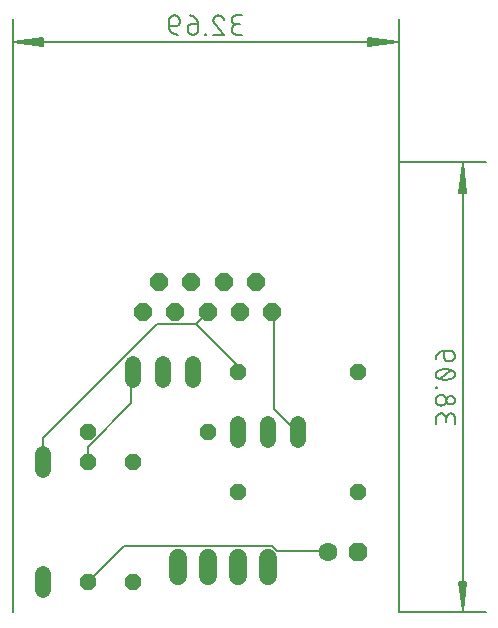
<source format=gbr>
G04 EAGLE Gerber RS-274X export*
G75*
%MOMM*%
%FSLAX34Y34*%
%LPD*%
%INBottom Copper*%
%IPPOS*%
%AMOC8*
5,1,8,0,0,1.08239X$1,22.5*%
G01*
%ADD10C,0.130000*%
%ADD11C,0.152400*%
%ADD12P,1.732040X8X22.500000*%
%ADD13C,1.600200*%
%ADD14C,1.320800*%
%ADD15P,1.429621X8X112.500000*%
%ADD16P,1.429621X8X22.500000*%
%ADD17P,1.429621X8X202.500000*%
%ADD18P,1.649562X8X22.500000*%
%ADD19C,1.508000*%


D10*
X326900Y0D02*
X400500Y0D01*
X400500Y380900D02*
X326900Y380900D01*
X381000Y380250D02*
X381000Y650D01*
X377808Y26000D01*
X384192Y26000D01*
X381000Y650D01*
X379700Y26000D01*
X382300Y26000D02*
X381000Y650D01*
X378400Y26000D01*
X383600Y26000D02*
X381000Y650D01*
X377808Y354900D02*
X381000Y380250D01*
X377808Y354900D02*
X384192Y354900D01*
X381000Y380250D01*
X379700Y354900D01*
X382300Y354900D02*
X381000Y380250D01*
X378400Y354900D01*
X383600Y354900D02*
X381000Y380250D01*
D11*
X358237Y163936D02*
X358237Y159421D01*
X358237Y163936D02*
X358239Y164069D01*
X358245Y164201D01*
X358255Y164333D01*
X358268Y164465D01*
X358286Y164597D01*
X358307Y164727D01*
X358332Y164858D01*
X358361Y164987D01*
X358394Y165115D01*
X358430Y165243D01*
X358470Y165369D01*
X358514Y165494D01*
X358562Y165618D01*
X358613Y165740D01*
X358668Y165861D01*
X358726Y165980D01*
X358788Y166098D01*
X358853Y166213D01*
X358922Y166327D01*
X358993Y166438D01*
X359069Y166547D01*
X359147Y166654D01*
X359228Y166759D01*
X359313Y166861D01*
X359400Y166961D01*
X359490Y167058D01*
X359583Y167153D01*
X359679Y167244D01*
X359777Y167333D01*
X359878Y167419D01*
X359982Y167502D01*
X360088Y167582D01*
X360196Y167658D01*
X360306Y167732D01*
X360419Y167802D01*
X360533Y167869D01*
X360650Y167932D01*
X360768Y167992D01*
X360888Y168049D01*
X361010Y168102D01*
X361133Y168151D01*
X361257Y168197D01*
X361383Y168239D01*
X361510Y168277D01*
X361638Y168312D01*
X361767Y168343D01*
X361896Y168370D01*
X362027Y168393D01*
X362158Y168413D01*
X362290Y168428D01*
X362422Y168440D01*
X362554Y168448D01*
X362687Y168452D01*
X362819Y168452D01*
X362952Y168448D01*
X363084Y168440D01*
X363216Y168428D01*
X363348Y168413D01*
X363479Y168393D01*
X363610Y168370D01*
X363739Y168343D01*
X363868Y168312D01*
X363996Y168277D01*
X364123Y168239D01*
X364249Y168197D01*
X364373Y168151D01*
X364496Y168102D01*
X364618Y168049D01*
X364738Y167992D01*
X364856Y167932D01*
X364973Y167869D01*
X365087Y167802D01*
X365200Y167732D01*
X365310Y167658D01*
X365418Y167582D01*
X365524Y167502D01*
X365628Y167419D01*
X365729Y167333D01*
X365827Y167244D01*
X365923Y167153D01*
X366016Y167058D01*
X366106Y166961D01*
X366193Y166861D01*
X366278Y166759D01*
X366359Y166654D01*
X366437Y166547D01*
X366513Y166438D01*
X366584Y166327D01*
X366653Y166213D01*
X366718Y166098D01*
X366780Y165980D01*
X366838Y165861D01*
X366893Y165740D01*
X366944Y165618D01*
X366992Y165494D01*
X367036Y165369D01*
X367076Y165243D01*
X367112Y165115D01*
X367145Y164987D01*
X367174Y164858D01*
X367199Y164727D01*
X367220Y164597D01*
X367238Y164465D01*
X367251Y164333D01*
X367261Y164201D01*
X367267Y164069D01*
X367269Y163936D01*
X374493Y164839D02*
X374493Y159421D01*
X374493Y164839D02*
X374491Y164958D01*
X374485Y165078D01*
X374475Y165197D01*
X374461Y165315D01*
X374444Y165434D01*
X374422Y165551D01*
X374397Y165668D01*
X374367Y165783D01*
X374334Y165898D01*
X374297Y166012D01*
X374257Y166124D01*
X374212Y166235D01*
X374164Y166344D01*
X374113Y166452D01*
X374058Y166558D01*
X373999Y166662D01*
X373937Y166764D01*
X373872Y166864D01*
X373803Y166962D01*
X373731Y167058D01*
X373656Y167151D01*
X373579Y167241D01*
X373498Y167329D01*
X373414Y167414D01*
X373327Y167496D01*
X373238Y167576D01*
X373146Y167652D01*
X373052Y167726D01*
X372955Y167796D01*
X372857Y167863D01*
X372756Y167927D01*
X372652Y167987D01*
X372547Y168044D01*
X372440Y168097D01*
X372332Y168147D01*
X372222Y168193D01*
X372110Y168235D01*
X371997Y168274D01*
X371883Y168309D01*
X371768Y168340D01*
X371651Y168368D01*
X371534Y168391D01*
X371417Y168411D01*
X371298Y168427D01*
X371179Y168439D01*
X371060Y168447D01*
X370941Y168451D01*
X370821Y168451D01*
X370702Y168447D01*
X370583Y168439D01*
X370464Y168427D01*
X370345Y168411D01*
X370228Y168391D01*
X370111Y168368D01*
X369994Y168340D01*
X369879Y168309D01*
X369765Y168274D01*
X369652Y168235D01*
X369540Y168193D01*
X369430Y168147D01*
X369322Y168097D01*
X369215Y168044D01*
X369110Y167987D01*
X369006Y167927D01*
X368905Y167863D01*
X368807Y167796D01*
X368710Y167726D01*
X368616Y167652D01*
X368524Y167576D01*
X368435Y167496D01*
X368348Y167414D01*
X368264Y167329D01*
X368183Y167241D01*
X368106Y167151D01*
X368031Y167058D01*
X367959Y166962D01*
X367890Y166864D01*
X367825Y166764D01*
X367763Y166662D01*
X367704Y166558D01*
X367649Y166452D01*
X367598Y166344D01*
X367550Y166235D01*
X367505Y166124D01*
X367465Y166012D01*
X367428Y165898D01*
X367395Y165783D01*
X367365Y165668D01*
X367340Y165551D01*
X367318Y165434D01*
X367301Y165315D01*
X367287Y165197D01*
X367277Y165078D01*
X367271Y164958D01*
X367269Y164839D01*
X367268Y164839D02*
X367268Y161227D01*
X362753Y175052D02*
X362886Y175054D01*
X363018Y175060D01*
X363150Y175070D01*
X363282Y175083D01*
X363414Y175101D01*
X363544Y175122D01*
X363675Y175147D01*
X363804Y175176D01*
X363932Y175209D01*
X364060Y175245D01*
X364186Y175285D01*
X364311Y175329D01*
X364435Y175377D01*
X364557Y175428D01*
X364678Y175483D01*
X364797Y175541D01*
X364915Y175603D01*
X365030Y175668D01*
X365144Y175737D01*
X365255Y175808D01*
X365364Y175884D01*
X365471Y175962D01*
X365576Y176043D01*
X365678Y176128D01*
X365778Y176215D01*
X365875Y176305D01*
X365970Y176398D01*
X366061Y176494D01*
X366150Y176592D01*
X366236Y176693D01*
X366319Y176797D01*
X366399Y176903D01*
X366475Y177011D01*
X366549Y177121D01*
X366619Y177234D01*
X366686Y177348D01*
X366749Y177465D01*
X366809Y177583D01*
X366866Y177703D01*
X366919Y177825D01*
X366968Y177948D01*
X367014Y178072D01*
X367056Y178198D01*
X367094Y178325D01*
X367129Y178453D01*
X367160Y178582D01*
X367187Y178711D01*
X367210Y178842D01*
X367230Y178973D01*
X367245Y179105D01*
X367257Y179237D01*
X367265Y179369D01*
X367269Y179502D01*
X367269Y179634D01*
X367265Y179767D01*
X367257Y179899D01*
X367245Y180031D01*
X367230Y180163D01*
X367210Y180294D01*
X367187Y180425D01*
X367160Y180554D01*
X367129Y180683D01*
X367094Y180811D01*
X367056Y180938D01*
X367014Y181064D01*
X366968Y181188D01*
X366919Y181311D01*
X366866Y181433D01*
X366809Y181553D01*
X366749Y181671D01*
X366686Y181788D01*
X366619Y181902D01*
X366549Y182015D01*
X366475Y182125D01*
X366399Y182233D01*
X366319Y182339D01*
X366236Y182443D01*
X366150Y182544D01*
X366061Y182642D01*
X365970Y182738D01*
X365875Y182831D01*
X365778Y182921D01*
X365678Y183008D01*
X365576Y183093D01*
X365471Y183174D01*
X365364Y183252D01*
X365255Y183328D01*
X365144Y183399D01*
X365030Y183468D01*
X364915Y183533D01*
X364797Y183595D01*
X364678Y183653D01*
X364557Y183708D01*
X364435Y183759D01*
X364311Y183807D01*
X364186Y183851D01*
X364060Y183891D01*
X363932Y183927D01*
X363804Y183960D01*
X363675Y183989D01*
X363544Y184014D01*
X363414Y184035D01*
X363282Y184053D01*
X363150Y184066D01*
X363018Y184076D01*
X362886Y184082D01*
X362753Y184084D01*
X362620Y184082D01*
X362488Y184076D01*
X362356Y184066D01*
X362224Y184053D01*
X362092Y184035D01*
X361962Y184014D01*
X361831Y183989D01*
X361702Y183960D01*
X361574Y183927D01*
X361446Y183891D01*
X361320Y183851D01*
X361195Y183807D01*
X361071Y183759D01*
X360949Y183708D01*
X360828Y183653D01*
X360709Y183595D01*
X360591Y183533D01*
X360476Y183468D01*
X360362Y183399D01*
X360251Y183328D01*
X360142Y183252D01*
X360035Y183174D01*
X359930Y183093D01*
X359828Y183008D01*
X359728Y182921D01*
X359631Y182831D01*
X359536Y182738D01*
X359445Y182642D01*
X359356Y182544D01*
X359270Y182443D01*
X359187Y182339D01*
X359107Y182233D01*
X359031Y182125D01*
X358957Y182015D01*
X358887Y181902D01*
X358820Y181788D01*
X358757Y181671D01*
X358697Y181553D01*
X358640Y181433D01*
X358587Y181311D01*
X358538Y181188D01*
X358492Y181064D01*
X358450Y180938D01*
X358412Y180811D01*
X358377Y180683D01*
X358346Y180554D01*
X358319Y180425D01*
X358296Y180294D01*
X358276Y180163D01*
X358261Y180031D01*
X358249Y179899D01*
X358241Y179767D01*
X358237Y179634D01*
X358237Y179502D01*
X358241Y179369D01*
X358249Y179237D01*
X358261Y179105D01*
X358276Y178973D01*
X358296Y178842D01*
X358319Y178711D01*
X358346Y178582D01*
X358377Y178453D01*
X358412Y178325D01*
X358450Y178198D01*
X358492Y178072D01*
X358538Y177948D01*
X358587Y177825D01*
X358640Y177703D01*
X358697Y177583D01*
X358757Y177465D01*
X358820Y177348D01*
X358887Y177234D01*
X358957Y177121D01*
X359031Y177011D01*
X359107Y176903D01*
X359187Y176797D01*
X359270Y176693D01*
X359356Y176592D01*
X359445Y176494D01*
X359536Y176398D01*
X359631Y176305D01*
X359728Y176215D01*
X359828Y176128D01*
X359930Y176043D01*
X360035Y175962D01*
X360142Y175884D01*
X360251Y175808D01*
X360362Y175737D01*
X360476Y175668D01*
X360591Y175603D01*
X360709Y175541D01*
X360828Y175483D01*
X360949Y175428D01*
X361071Y175377D01*
X361195Y175329D01*
X361320Y175285D01*
X361446Y175245D01*
X361574Y175209D01*
X361702Y175176D01*
X361831Y175147D01*
X361962Y175122D01*
X362092Y175101D01*
X362224Y175083D01*
X362356Y175070D01*
X362488Y175060D01*
X362620Y175054D01*
X362753Y175052D01*
X370881Y175956D02*
X371000Y175958D01*
X371120Y175964D01*
X371239Y175974D01*
X371357Y175988D01*
X371476Y176005D01*
X371593Y176027D01*
X371710Y176052D01*
X371825Y176082D01*
X371940Y176115D01*
X372054Y176152D01*
X372166Y176192D01*
X372277Y176237D01*
X372386Y176285D01*
X372494Y176336D01*
X372600Y176391D01*
X372704Y176450D01*
X372806Y176512D01*
X372906Y176577D01*
X373004Y176646D01*
X373100Y176718D01*
X373193Y176793D01*
X373283Y176870D01*
X373371Y176951D01*
X373456Y177035D01*
X373538Y177122D01*
X373618Y177211D01*
X373694Y177303D01*
X373768Y177397D01*
X373838Y177494D01*
X373905Y177592D01*
X373969Y177693D01*
X374029Y177797D01*
X374086Y177902D01*
X374139Y178009D01*
X374189Y178117D01*
X374235Y178227D01*
X374277Y178339D01*
X374316Y178452D01*
X374351Y178566D01*
X374382Y178681D01*
X374410Y178798D01*
X374433Y178915D01*
X374453Y179032D01*
X374469Y179151D01*
X374481Y179270D01*
X374489Y179389D01*
X374493Y179508D01*
X374493Y179628D01*
X374489Y179747D01*
X374481Y179866D01*
X374469Y179985D01*
X374453Y180104D01*
X374433Y180221D01*
X374410Y180338D01*
X374382Y180455D01*
X374351Y180570D01*
X374316Y180684D01*
X374277Y180797D01*
X374235Y180909D01*
X374189Y181019D01*
X374139Y181127D01*
X374086Y181234D01*
X374029Y181339D01*
X373969Y181443D01*
X373905Y181544D01*
X373838Y181642D01*
X373768Y181739D01*
X373694Y181833D01*
X373618Y181925D01*
X373538Y182014D01*
X373456Y182101D01*
X373371Y182185D01*
X373283Y182266D01*
X373193Y182343D01*
X373100Y182418D01*
X373004Y182490D01*
X372906Y182559D01*
X372806Y182624D01*
X372704Y182686D01*
X372600Y182745D01*
X372494Y182800D01*
X372386Y182851D01*
X372277Y182899D01*
X372166Y182944D01*
X372054Y182984D01*
X371940Y183021D01*
X371825Y183054D01*
X371710Y183084D01*
X371593Y183109D01*
X371476Y183131D01*
X371357Y183148D01*
X371239Y183162D01*
X371120Y183172D01*
X371000Y183178D01*
X370881Y183180D01*
X370762Y183178D01*
X370642Y183172D01*
X370523Y183162D01*
X370405Y183148D01*
X370286Y183131D01*
X370169Y183109D01*
X370052Y183084D01*
X369937Y183054D01*
X369822Y183021D01*
X369708Y182984D01*
X369596Y182944D01*
X369485Y182899D01*
X369376Y182851D01*
X369268Y182800D01*
X369162Y182745D01*
X369058Y182686D01*
X368956Y182624D01*
X368856Y182559D01*
X368758Y182490D01*
X368662Y182418D01*
X368569Y182343D01*
X368479Y182266D01*
X368391Y182185D01*
X368306Y182101D01*
X368224Y182014D01*
X368144Y181925D01*
X368068Y181833D01*
X367994Y181739D01*
X367924Y181642D01*
X367857Y181544D01*
X367793Y181443D01*
X367733Y181339D01*
X367676Y181234D01*
X367623Y181127D01*
X367573Y181019D01*
X367527Y180909D01*
X367485Y180797D01*
X367446Y180684D01*
X367411Y180570D01*
X367380Y180455D01*
X367352Y180338D01*
X367329Y180221D01*
X367309Y180104D01*
X367293Y179985D01*
X367281Y179866D01*
X367273Y179747D01*
X367269Y179628D01*
X367269Y179508D01*
X367273Y179389D01*
X367281Y179270D01*
X367293Y179151D01*
X367309Y179032D01*
X367329Y178915D01*
X367352Y178798D01*
X367380Y178681D01*
X367411Y178566D01*
X367446Y178452D01*
X367485Y178339D01*
X367527Y178227D01*
X367573Y178117D01*
X367623Y178009D01*
X367676Y177902D01*
X367733Y177797D01*
X367793Y177693D01*
X367857Y177592D01*
X367924Y177494D01*
X367994Y177397D01*
X368068Y177303D01*
X368144Y177211D01*
X368224Y177122D01*
X368306Y177035D01*
X368391Y176951D01*
X368479Y176870D01*
X368569Y176793D01*
X368662Y176718D01*
X368758Y176646D01*
X368856Y176577D01*
X368956Y176512D01*
X369058Y176450D01*
X369162Y176391D01*
X369268Y176336D01*
X369376Y176285D01*
X369485Y176237D01*
X369596Y176192D01*
X369708Y176152D01*
X369822Y176115D01*
X369937Y176082D01*
X370052Y176052D01*
X370169Y176027D01*
X370286Y176005D01*
X370405Y175988D01*
X370523Y175974D01*
X370642Y175964D01*
X370762Y175958D01*
X370881Y175956D01*
X359140Y190058D02*
X358237Y190058D01*
X359140Y190058D02*
X359140Y190961D01*
X358237Y190961D01*
X358237Y190058D01*
X366365Y196936D02*
X366685Y196940D01*
X367004Y196951D01*
X367324Y196970D01*
X367642Y196997D01*
X367960Y197031D01*
X368277Y197073D01*
X368593Y197123D01*
X368908Y197180D01*
X369221Y197244D01*
X369533Y197316D01*
X369843Y197395D01*
X370150Y197482D01*
X370456Y197576D01*
X370759Y197677D01*
X371060Y197786D01*
X371358Y197901D01*
X371654Y198024D01*
X371946Y198154D01*
X372235Y198291D01*
X372236Y198290D02*
X372344Y198329D01*
X372451Y198372D01*
X372556Y198418D01*
X372660Y198469D01*
X372762Y198522D01*
X372862Y198579D01*
X372960Y198640D01*
X373055Y198704D01*
X373149Y198771D01*
X373240Y198842D01*
X373329Y198915D01*
X373415Y198992D01*
X373498Y199071D01*
X373579Y199153D01*
X373657Y199238D01*
X373731Y199326D01*
X373803Y199416D01*
X373871Y199508D01*
X373937Y199603D01*
X373999Y199700D01*
X374057Y199799D01*
X374113Y199901D01*
X374164Y200003D01*
X374212Y200108D01*
X374257Y200214D01*
X374298Y200322D01*
X374335Y200431D01*
X374368Y200541D01*
X374397Y200653D01*
X374423Y200765D01*
X374445Y200878D01*
X374462Y200992D01*
X374476Y201106D01*
X374486Y201221D01*
X374492Y201336D01*
X374494Y201451D01*
X374493Y201451D02*
X374491Y201566D01*
X374485Y201681D01*
X374475Y201796D01*
X374461Y201910D01*
X374444Y202024D01*
X374422Y202137D01*
X374396Y202249D01*
X374367Y202361D01*
X374334Y202471D01*
X374297Y202580D01*
X374256Y202688D01*
X374211Y202794D01*
X374163Y202899D01*
X374112Y203001D01*
X374056Y203102D01*
X373998Y203202D01*
X373936Y203299D01*
X373871Y203393D01*
X373802Y203486D01*
X373730Y203576D01*
X373656Y203664D01*
X373578Y203749D01*
X373497Y203831D01*
X373414Y203910D01*
X373328Y203987D01*
X373239Y204060D01*
X373148Y204131D01*
X373054Y204198D01*
X372959Y204262D01*
X372861Y204323D01*
X372761Y204380D01*
X372659Y204433D01*
X372555Y204484D01*
X372450Y204530D01*
X372343Y204573D01*
X372235Y204612D01*
X371946Y204749D01*
X371654Y204879D01*
X371358Y205002D01*
X371060Y205117D01*
X370759Y205226D01*
X370456Y205327D01*
X370150Y205421D01*
X369843Y205508D01*
X369533Y205587D01*
X369221Y205659D01*
X368908Y205723D01*
X368593Y205780D01*
X368277Y205830D01*
X367960Y205872D01*
X367642Y205906D01*
X367324Y205933D01*
X367004Y205952D01*
X366685Y205963D01*
X366365Y205967D01*
X366365Y196936D02*
X366045Y196940D01*
X365726Y196951D01*
X365406Y196970D01*
X365088Y196997D01*
X364770Y197031D01*
X364453Y197073D01*
X364137Y197123D01*
X363822Y197180D01*
X363509Y197244D01*
X363197Y197316D01*
X362887Y197395D01*
X362580Y197482D01*
X362274Y197576D01*
X361971Y197677D01*
X361670Y197786D01*
X361372Y197901D01*
X361076Y198024D01*
X360784Y198154D01*
X360495Y198291D01*
X360495Y198290D02*
X360387Y198329D01*
X360280Y198372D01*
X360175Y198418D01*
X360071Y198469D01*
X359969Y198522D01*
X359869Y198579D01*
X359771Y198640D01*
X359676Y198704D01*
X359582Y198771D01*
X359491Y198842D01*
X359402Y198915D01*
X359316Y198992D01*
X359233Y199071D01*
X359152Y199153D01*
X359074Y199238D01*
X359000Y199326D01*
X358928Y199416D01*
X358859Y199509D01*
X358794Y199603D01*
X358732Y199700D01*
X358674Y199800D01*
X358618Y199901D01*
X358567Y200003D01*
X358519Y200108D01*
X358474Y200214D01*
X358433Y200322D01*
X358396Y200431D01*
X358363Y200541D01*
X358334Y200653D01*
X358308Y200765D01*
X358286Y200878D01*
X358269Y200992D01*
X358255Y201106D01*
X358245Y201221D01*
X358239Y201336D01*
X358237Y201451D01*
X360495Y204611D02*
X360784Y204748D01*
X361076Y204878D01*
X361372Y205001D01*
X361670Y205116D01*
X361971Y205225D01*
X362274Y205326D01*
X362580Y205420D01*
X362887Y205507D01*
X363197Y205586D01*
X363509Y205658D01*
X363822Y205722D01*
X364137Y205779D01*
X364453Y205829D01*
X364770Y205871D01*
X365088Y205905D01*
X365406Y205932D01*
X365726Y205951D01*
X366045Y205962D01*
X366365Y205966D01*
X360495Y204612D02*
X360387Y204573D01*
X360280Y204530D01*
X360175Y204484D01*
X360071Y204433D01*
X359969Y204380D01*
X359869Y204323D01*
X359771Y204262D01*
X359676Y204198D01*
X359582Y204131D01*
X359491Y204060D01*
X359402Y203987D01*
X359316Y203910D01*
X359233Y203831D01*
X359152Y203749D01*
X359074Y203664D01*
X359000Y203576D01*
X358928Y203486D01*
X358859Y203393D01*
X358794Y203299D01*
X358732Y203202D01*
X358674Y203102D01*
X358618Y203001D01*
X358567Y202898D01*
X358519Y202794D01*
X358474Y202688D01*
X358433Y202580D01*
X358396Y202471D01*
X358363Y202361D01*
X358334Y202249D01*
X358308Y202137D01*
X358286Y202024D01*
X358269Y201910D01*
X358255Y201796D01*
X358245Y201681D01*
X358239Y201566D01*
X358237Y201451D01*
X361849Y197839D02*
X370881Y205064D01*
X365462Y216179D02*
X365462Y221598D01*
X365462Y216179D02*
X365464Y216061D01*
X365470Y215943D01*
X365479Y215825D01*
X365493Y215708D01*
X365510Y215591D01*
X365531Y215474D01*
X365556Y215359D01*
X365585Y215244D01*
X365618Y215130D01*
X365654Y215018D01*
X365694Y214907D01*
X365737Y214797D01*
X365784Y214688D01*
X365834Y214581D01*
X365889Y214476D01*
X365946Y214373D01*
X366007Y214272D01*
X366071Y214172D01*
X366138Y214075D01*
X366208Y213980D01*
X366282Y213888D01*
X366358Y213797D01*
X366438Y213710D01*
X366520Y213625D01*
X366605Y213543D01*
X366692Y213463D01*
X366783Y213387D01*
X366875Y213313D01*
X366970Y213243D01*
X367067Y213176D01*
X367167Y213112D01*
X367268Y213051D01*
X367371Y212994D01*
X367476Y212939D01*
X367583Y212889D01*
X367692Y212842D01*
X367802Y212799D01*
X367913Y212759D01*
X368025Y212723D01*
X368139Y212690D01*
X368254Y212661D01*
X368369Y212636D01*
X368486Y212615D01*
X368603Y212598D01*
X368720Y212584D01*
X368838Y212575D01*
X368956Y212569D01*
X369074Y212567D01*
X369977Y212567D01*
X369977Y212566D02*
X370110Y212568D01*
X370242Y212574D01*
X370374Y212584D01*
X370506Y212597D01*
X370638Y212615D01*
X370768Y212636D01*
X370899Y212661D01*
X371028Y212690D01*
X371156Y212723D01*
X371284Y212759D01*
X371410Y212799D01*
X371535Y212843D01*
X371659Y212891D01*
X371781Y212942D01*
X371902Y212997D01*
X372021Y213055D01*
X372139Y213117D01*
X372254Y213182D01*
X372368Y213251D01*
X372479Y213322D01*
X372588Y213398D01*
X372695Y213476D01*
X372800Y213557D01*
X372902Y213642D01*
X373002Y213729D01*
X373099Y213819D01*
X373194Y213912D01*
X373285Y214008D01*
X373374Y214106D01*
X373460Y214207D01*
X373543Y214311D01*
X373623Y214417D01*
X373699Y214525D01*
X373773Y214635D01*
X373843Y214748D01*
X373910Y214862D01*
X373973Y214979D01*
X374033Y215097D01*
X374090Y215217D01*
X374143Y215339D01*
X374192Y215462D01*
X374238Y215586D01*
X374280Y215712D01*
X374318Y215839D01*
X374353Y215967D01*
X374384Y216096D01*
X374411Y216225D01*
X374434Y216356D01*
X374454Y216487D01*
X374469Y216619D01*
X374481Y216751D01*
X374489Y216883D01*
X374493Y217016D01*
X374493Y217148D01*
X374489Y217281D01*
X374481Y217413D01*
X374469Y217545D01*
X374454Y217677D01*
X374434Y217808D01*
X374411Y217939D01*
X374384Y218068D01*
X374353Y218197D01*
X374318Y218325D01*
X374280Y218452D01*
X374238Y218578D01*
X374192Y218702D01*
X374143Y218825D01*
X374090Y218947D01*
X374033Y219067D01*
X373973Y219185D01*
X373910Y219302D01*
X373843Y219416D01*
X373773Y219529D01*
X373699Y219639D01*
X373623Y219747D01*
X373543Y219853D01*
X373460Y219957D01*
X373374Y220058D01*
X373285Y220156D01*
X373194Y220252D01*
X373099Y220345D01*
X373002Y220435D01*
X372902Y220522D01*
X372800Y220607D01*
X372695Y220688D01*
X372588Y220766D01*
X372479Y220842D01*
X372368Y220913D01*
X372254Y220982D01*
X372139Y221047D01*
X372021Y221109D01*
X371902Y221167D01*
X371781Y221222D01*
X371659Y221273D01*
X371535Y221321D01*
X371410Y221365D01*
X371284Y221405D01*
X371156Y221441D01*
X371028Y221474D01*
X370899Y221503D01*
X370768Y221528D01*
X370638Y221549D01*
X370506Y221567D01*
X370374Y221580D01*
X370242Y221590D01*
X370110Y221596D01*
X369977Y221598D01*
X365462Y221598D01*
X365287Y221596D01*
X365113Y221590D01*
X364939Y221579D01*
X364765Y221564D01*
X364591Y221545D01*
X364418Y221522D01*
X364246Y221495D01*
X364074Y221463D01*
X363903Y221428D01*
X363733Y221388D01*
X363564Y221344D01*
X363396Y221296D01*
X363229Y221244D01*
X363064Y221188D01*
X362900Y221128D01*
X362737Y221065D01*
X362577Y220997D01*
X362417Y220925D01*
X362260Y220850D01*
X362104Y220770D01*
X361951Y220687D01*
X361799Y220601D01*
X361650Y220510D01*
X361503Y220416D01*
X361358Y220319D01*
X361215Y220218D01*
X361075Y220114D01*
X360938Y220006D01*
X360803Y219895D01*
X360671Y219781D01*
X360542Y219664D01*
X360415Y219543D01*
X360292Y219420D01*
X360171Y219293D01*
X360054Y219164D01*
X359940Y219032D01*
X359829Y218897D01*
X359721Y218760D01*
X359617Y218620D01*
X359516Y218477D01*
X359419Y218332D01*
X359325Y218185D01*
X359234Y218036D01*
X359148Y217884D01*
X359065Y217731D01*
X358985Y217575D01*
X358910Y217418D01*
X358838Y217258D01*
X358770Y217098D01*
X358707Y216935D01*
X358647Y216771D01*
X358591Y216606D01*
X358539Y216439D01*
X358491Y216271D01*
X358447Y216102D01*
X358407Y215932D01*
X358372Y215761D01*
X358340Y215589D01*
X358313Y215417D01*
X358290Y215244D01*
X358271Y215070D01*
X358256Y214896D01*
X358245Y214722D01*
X358239Y214548D01*
X358237Y214373D01*
D10*
X0Y0D02*
X0Y502100D01*
X326900Y502100D02*
X326900Y0D01*
X326250Y482600D02*
X650Y482600D01*
X26000Y485792D01*
X26000Y479408D01*
X650Y482600D01*
X26000Y483900D01*
X26000Y481300D02*
X650Y482600D01*
X26000Y485200D01*
X26000Y480000D02*
X650Y482600D01*
X300900Y485792D02*
X326250Y482600D01*
X300900Y485792D02*
X300900Y479408D01*
X326250Y482600D01*
X300900Y483900D01*
X300900Y481300D02*
X326250Y482600D01*
X300900Y485200D01*
X300900Y480000D02*
X326250Y482600D01*
D11*
X194598Y489107D02*
X190082Y489107D01*
X189949Y489109D01*
X189817Y489115D01*
X189685Y489125D01*
X189553Y489138D01*
X189421Y489156D01*
X189291Y489177D01*
X189160Y489202D01*
X189031Y489231D01*
X188903Y489264D01*
X188775Y489300D01*
X188649Y489340D01*
X188524Y489384D01*
X188400Y489432D01*
X188278Y489483D01*
X188157Y489538D01*
X188038Y489596D01*
X187920Y489658D01*
X187805Y489723D01*
X187691Y489792D01*
X187580Y489863D01*
X187471Y489939D01*
X187364Y490017D01*
X187259Y490098D01*
X187157Y490183D01*
X187057Y490270D01*
X186960Y490360D01*
X186865Y490453D01*
X186774Y490549D01*
X186685Y490647D01*
X186599Y490748D01*
X186516Y490852D01*
X186436Y490958D01*
X186360Y491066D01*
X186286Y491176D01*
X186216Y491289D01*
X186149Y491403D01*
X186086Y491520D01*
X186026Y491638D01*
X185969Y491758D01*
X185916Y491880D01*
X185867Y492003D01*
X185821Y492127D01*
X185779Y492253D01*
X185741Y492380D01*
X185706Y492508D01*
X185675Y492637D01*
X185648Y492766D01*
X185625Y492897D01*
X185605Y493028D01*
X185590Y493160D01*
X185578Y493292D01*
X185570Y493424D01*
X185566Y493557D01*
X185566Y493689D01*
X185570Y493822D01*
X185578Y493954D01*
X185590Y494086D01*
X185605Y494218D01*
X185625Y494349D01*
X185648Y494480D01*
X185675Y494609D01*
X185706Y494738D01*
X185741Y494866D01*
X185779Y494993D01*
X185821Y495119D01*
X185867Y495243D01*
X185916Y495366D01*
X185969Y495488D01*
X186026Y495608D01*
X186086Y495726D01*
X186149Y495843D01*
X186216Y495957D01*
X186286Y496070D01*
X186360Y496180D01*
X186436Y496288D01*
X186516Y496394D01*
X186599Y496498D01*
X186685Y496599D01*
X186774Y496697D01*
X186865Y496793D01*
X186960Y496886D01*
X187057Y496976D01*
X187157Y497063D01*
X187259Y497148D01*
X187364Y497229D01*
X187471Y497307D01*
X187580Y497383D01*
X187691Y497454D01*
X187805Y497523D01*
X187920Y497588D01*
X188038Y497650D01*
X188157Y497708D01*
X188278Y497763D01*
X188400Y497814D01*
X188524Y497862D01*
X188649Y497906D01*
X188775Y497946D01*
X188903Y497982D01*
X189031Y498015D01*
X189160Y498044D01*
X189291Y498069D01*
X189421Y498090D01*
X189553Y498108D01*
X189685Y498121D01*
X189817Y498131D01*
X189949Y498137D01*
X190082Y498139D01*
X189179Y505363D02*
X194598Y505363D01*
X189179Y505363D02*
X189060Y505361D01*
X188940Y505355D01*
X188821Y505345D01*
X188703Y505331D01*
X188584Y505314D01*
X188467Y505292D01*
X188350Y505267D01*
X188235Y505237D01*
X188120Y505204D01*
X188006Y505167D01*
X187894Y505127D01*
X187783Y505082D01*
X187674Y505034D01*
X187566Y504983D01*
X187460Y504928D01*
X187356Y504869D01*
X187254Y504807D01*
X187154Y504742D01*
X187056Y504673D01*
X186960Y504601D01*
X186867Y504526D01*
X186777Y504449D01*
X186689Y504368D01*
X186604Y504284D01*
X186522Y504197D01*
X186442Y504108D01*
X186366Y504016D01*
X186292Y503922D01*
X186222Y503825D01*
X186155Y503727D01*
X186091Y503626D01*
X186031Y503522D01*
X185974Y503417D01*
X185921Y503310D01*
X185871Y503202D01*
X185825Y503092D01*
X185783Y502980D01*
X185744Y502867D01*
X185709Y502753D01*
X185678Y502638D01*
X185650Y502521D01*
X185627Y502404D01*
X185607Y502287D01*
X185591Y502168D01*
X185579Y502049D01*
X185571Y501930D01*
X185567Y501811D01*
X185567Y501691D01*
X185571Y501572D01*
X185579Y501453D01*
X185591Y501334D01*
X185607Y501215D01*
X185627Y501098D01*
X185650Y500981D01*
X185678Y500864D01*
X185709Y500749D01*
X185744Y500635D01*
X185783Y500522D01*
X185825Y500410D01*
X185871Y500300D01*
X185921Y500192D01*
X185974Y500085D01*
X186031Y499980D01*
X186091Y499876D01*
X186155Y499775D01*
X186222Y499677D01*
X186292Y499580D01*
X186366Y499486D01*
X186442Y499394D01*
X186522Y499305D01*
X186604Y499218D01*
X186689Y499134D01*
X186777Y499053D01*
X186867Y498976D01*
X186960Y498901D01*
X187056Y498829D01*
X187154Y498760D01*
X187254Y498695D01*
X187356Y498633D01*
X187460Y498574D01*
X187566Y498519D01*
X187674Y498468D01*
X187783Y498420D01*
X187894Y498375D01*
X188006Y498335D01*
X188120Y498298D01*
X188235Y498265D01*
X188350Y498235D01*
X188467Y498210D01*
X188584Y498188D01*
X188703Y498171D01*
X188821Y498157D01*
X188940Y498147D01*
X189060Y498141D01*
X189179Y498139D01*
X189179Y498138D02*
X192792Y498138D01*
X174000Y505363D02*
X173875Y505361D01*
X173750Y505355D01*
X173625Y505346D01*
X173501Y505332D01*
X173377Y505315D01*
X173253Y505294D01*
X173131Y505269D01*
X173009Y505240D01*
X172888Y505208D01*
X172768Y505172D01*
X172649Y505132D01*
X172532Y505089D01*
X172416Y505042D01*
X172301Y504991D01*
X172189Y504937D01*
X172077Y504879D01*
X171968Y504819D01*
X171861Y504754D01*
X171755Y504687D01*
X171652Y504616D01*
X171551Y504542D01*
X171452Y504465D01*
X171356Y504385D01*
X171262Y504302D01*
X171171Y504217D01*
X171082Y504128D01*
X170997Y504037D01*
X170914Y503943D01*
X170834Y503847D01*
X170757Y503748D01*
X170683Y503647D01*
X170612Y503544D01*
X170545Y503438D01*
X170480Y503331D01*
X170420Y503222D01*
X170362Y503110D01*
X170308Y502998D01*
X170257Y502883D01*
X170210Y502767D01*
X170167Y502650D01*
X170127Y502531D01*
X170091Y502411D01*
X170059Y502290D01*
X170030Y502168D01*
X170005Y502046D01*
X169984Y501922D01*
X169967Y501798D01*
X169953Y501674D01*
X169944Y501549D01*
X169938Y501424D01*
X169936Y501299D01*
X174000Y505363D02*
X174143Y505361D01*
X174285Y505355D01*
X174428Y505345D01*
X174570Y505332D01*
X174711Y505314D01*
X174853Y505293D01*
X174993Y505268D01*
X175133Y505239D01*
X175272Y505206D01*
X175410Y505169D01*
X175547Y505129D01*
X175682Y505085D01*
X175817Y505037D01*
X175950Y504985D01*
X176082Y504930D01*
X176212Y504871D01*
X176340Y504809D01*
X176467Y504743D01*
X176592Y504674D01*
X176715Y504602D01*
X176836Y504526D01*
X176954Y504447D01*
X177071Y504364D01*
X177185Y504279D01*
X177297Y504190D01*
X177406Y504099D01*
X177513Y504004D01*
X177618Y503907D01*
X177719Y503806D01*
X177818Y503703D01*
X177914Y503598D01*
X178007Y503489D01*
X178097Y503378D01*
X178184Y503265D01*
X178268Y503150D01*
X178348Y503032D01*
X178426Y502912D01*
X178500Y502790D01*
X178570Y502666D01*
X178638Y502540D01*
X178701Y502412D01*
X178762Y502283D01*
X178819Y502152D01*
X178872Y502020D01*
X178921Y501886D01*
X178967Y501751D01*
X171291Y498138D02*
X171197Y498230D01*
X171107Y498324D01*
X171019Y498421D01*
X170934Y498521D01*
X170852Y498623D01*
X170773Y498728D01*
X170698Y498835D01*
X170626Y498944D01*
X170557Y499055D01*
X170491Y499169D01*
X170429Y499284D01*
X170370Y499401D01*
X170315Y499520D01*
X170264Y499640D01*
X170216Y499762D01*
X170171Y499885D01*
X170131Y500009D01*
X170094Y500135D01*
X170061Y500262D01*
X170032Y500389D01*
X170006Y500518D01*
X169985Y500647D01*
X169967Y500777D01*
X169954Y500907D01*
X169944Y501037D01*
X169938Y501168D01*
X169936Y501299D01*
X171290Y498138D02*
X178967Y489107D01*
X169936Y489107D01*
X163961Y489107D02*
X163961Y490010D01*
X163058Y490010D01*
X163058Y489107D01*
X163961Y489107D01*
X157083Y498138D02*
X151664Y498138D01*
X151546Y498136D01*
X151428Y498130D01*
X151310Y498121D01*
X151193Y498107D01*
X151076Y498090D01*
X150959Y498069D01*
X150844Y498044D01*
X150729Y498015D01*
X150615Y497982D01*
X150503Y497946D01*
X150392Y497906D01*
X150282Y497863D01*
X150173Y497816D01*
X150066Y497766D01*
X149961Y497711D01*
X149858Y497654D01*
X149757Y497593D01*
X149657Y497529D01*
X149560Y497462D01*
X149465Y497392D01*
X149373Y497318D01*
X149282Y497242D01*
X149195Y497162D01*
X149110Y497080D01*
X149028Y496995D01*
X148948Y496908D01*
X148872Y496817D01*
X148798Y496725D01*
X148728Y496630D01*
X148661Y496533D01*
X148597Y496433D01*
X148536Y496332D01*
X148479Y496229D01*
X148424Y496124D01*
X148374Y496017D01*
X148327Y495908D01*
X148284Y495798D01*
X148244Y495687D01*
X148208Y495575D01*
X148175Y495461D01*
X148146Y495346D01*
X148121Y495231D01*
X148100Y495114D01*
X148083Y494997D01*
X148069Y494880D01*
X148060Y494762D01*
X148054Y494644D01*
X148052Y494526D01*
X148052Y493623D01*
X148054Y493490D01*
X148060Y493358D01*
X148070Y493226D01*
X148083Y493094D01*
X148101Y492962D01*
X148122Y492832D01*
X148147Y492701D01*
X148176Y492572D01*
X148209Y492444D01*
X148245Y492316D01*
X148285Y492190D01*
X148329Y492065D01*
X148377Y491941D01*
X148428Y491819D01*
X148483Y491698D01*
X148541Y491579D01*
X148603Y491461D01*
X148668Y491346D01*
X148737Y491232D01*
X148808Y491121D01*
X148884Y491012D01*
X148962Y490905D01*
X149043Y490800D01*
X149128Y490698D01*
X149215Y490598D01*
X149305Y490501D01*
X149398Y490406D01*
X149494Y490315D01*
X149592Y490226D01*
X149693Y490140D01*
X149797Y490057D01*
X149903Y489977D01*
X150011Y489901D01*
X150121Y489827D01*
X150234Y489757D01*
X150348Y489690D01*
X150465Y489627D01*
X150583Y489567D01*
X150703Y489510D01*
X150825Y489457D01*
X150948Y489408D01*
X151072Y489362D01*
X151198Y489320D01*
X151325Y489282D01*
X151453Y489247D01*
X151582Y489216D01*
X151711Y489189D01*
X151842Y489166D01*
X151973Y489146D01*
X152105Y489131D01*
X152237Y489119D01*
X152369Y489111D01*
X152502Y489107D01*
X152634Y489107D01*
X152767Y489111D01*
X152899Y489119D01*
X153031Y489131D01*
X153163Y489146D01*
X153294Y489166D01*
X153425Y489189D01*
X153554Y489216D01*
X153683Y489247D01*
X153811Y489282D01*
X153938Y489320D01*
X154064Y489362D01*
X154188Y489408D01*
X154311Y489457D01*
X154433Y489510D01*
X154553Y489567D01*
X154671Y489627D01*
X154788Y489690D01*
X154902Y489757D01*
X155015Y489827D01*
X155125Y489901D01*
X155233Y489977D01*
X155339Y490057D01*
X155443Y490140D01*
X155544Y490226D01*
X155642Y490315D01*
X155738Y490406D01*
X155831Y490501D01*
X155921Y490598D01*
X156008Y490698D01*
X156093Y490800D01*
X156174Y490905D01*
X156252Y491012D01*
X156328Y491121D01*
X156399Y491232D01*
X156468Y491346D01*
X156533Y491461D01*
X156595Y491579D01*
X156653Y491698D01*
X156708Y491819D01*
X156759Y491941D01*
X156807Y492065D01*
X156851Y492190D01*
X156891Y492316D01*
X156927Y492444D01*
X156960Y492572D01*
X156989Y492701D01*
X157014Y492832D01*
X157035Y492962D01*
X157053Y493094D01*
X157066Y493226D01*
X157076Y493358D01*
X157082Y493490D01*
X157084Y493623D01*
X157083Y493623D02*
X157083Y498138D01*
X157081Y498313D01*
X157075Y498487D01*
X157064Y498661D01*
X157049Y498835D01*
X157030Y499009D01*
X157007Y499182D01*
X156980Y499354D01*
X156948Y499526D01*
X156913Y499697D01*
X156873Y499867D01*
X156829Y500036D01*
X156781Y500204D01*
X156729Y500371D01*
X156673Y500536D01*
X156613Y500700D01*
X156550Y500863D01*
X156482Y501023D01*
X156410Y501183D01*
X156335Y501340D01*
X156255Y501496D01*
X156172Y501649D01*
X156086Y501801D01*
X155995Y501950D01*
X155901Y502097D01*
X155804Y502242D01*
X155703Y502385D01*
X155599Y502525D01*
X155491Y502662D01*
X155380Y502797D01*
X155266Y502929D01*
X155149Y503058D01*
X155028Y503185D01*
X154905Y503308D01*
X154778Y503429D01*
X154649Y503546D01*
X154517Y503660D01*
X154382Y503771D01*
X154245Y503879D01*
X154105Y503983D01*
X153962Y504084D01*
X153817Y504181D01*
X153670Y504275D01*
X153521Y504366D01*
X153369Y504452D01*
X153216Y504535D01*
X153060Y504615D01*
X152903Y504690D01*
X152743Y504762D01*
X152583Y504830D01*
X152420Y504893D01*
X152256Y504953D01*
X152091Y505009D01*
X151924Y505061D01*
X151756Y505109D01*
X151587Y505153D01*
X151417Y505193D01*
X151246Y505228D01*
X151074Y505260D01*
X150902Y505287D01*
X150729Y505310D01*
X150555Y505329D01*
X150381Y505344D01*
X150207Y505355D01*
X150033Y505361D01*
X149858Y505363D01*
X137839Y496332D02*
X132421Y496332D01*
X137839Y496332D02*
X137957Y496334D01*
X138075Y496340D01*
X138193Y496349D01*
X138310Y496363D01*
X138427Y496380D01*
X138544Y496401D01*
X138659Y496426D01*
X138774Y496455D01*
X138888Y496488D01*
X139000Y496524D01*
X139111Y496564D01*
X139221Y496607D01*
X139330Y496654D01*
X139437Y496704D01*
X139542Y496759D01*
X139645Y496816D01*
X139746Y496877D01*
X139846Y496941D01*
X139943Y497008D01*
X140038Y497078D01*
X140130Y497152D01*
X140221Y497228D01*
X140308Y497308D01*
X140393Y497390D01*
X140475Y497475D01*
X140555Y497562D01*
X140631Y497653D01*
X140705Y497745D01*
X140775Y497840D01*
X140842Y497937D01*
X140906Y498037D01*
X140967Y498138D01*
X141024Y498241D01*
X141079Y498346D01*
X141129Y498453D01*
X141176Y498562D01*
X141219Y498672D01*
X141259Y498783D01*
X141295Y498895D01*
X141328Y499009D01*
X141357Y499124D01*
X141382Y499239D01*
X141403Y499356D01*
X141420Y499473D01*
X141434Y499590D01*
X141443Y499708D01*
X141449Y499826D01*
X141451Y499944D01*
X141452Y499944D02*
X141452Y500847D01*
X141450Y500980D01*
X141444Y501112D01*
X141434Y501244D01*
X141421Y501376D01*
X141403Y501508D01*
X141382Y501638D01*
X141357Y501769D01*
X141328Y501898D01*
X141295Y502026D01*
X141259Y502154D01*
X141219Y502280D01*
X141175Y502405D01*
X141127Y502529D01*
X141076Y502651D01*
X141021Y502772D01*
X140963Y502891D01*
X140901Y503009D01*
X140836Y503124D01*
X140767Y503238D01*
X140696Y503349D01*
X140620Y503458D01*
X140542Y503565D01*
X140461Y503670D01*
X140376Y503772D01*
X140289Y503872D01*
X140199Y503969D01*
X140106Y504064D01*
X140010Y504155D01*
X139912Y504244D01*
X139811Y504330D01*
X139707Y504413D01*
X139601Y504493D01*
X139493Y504569D01*
X139383Y504643D01*
X139270Y504713D01*
X139156Y504780D01*
X139039Y504843D01*
X138921Y504903D01*
X138801Y504960D01*
X138679Y505013D01*
X138556Y505062D01*
X138432Y505108D01*
X138306Y505150D01*
X138179Y505188D01*
X138051Y505223D01*
X137922Y505254D01*
X137793Y505281D01*
X137662Y505304D01*
X137531Y505324D01*
X137399Y505339D01*
X137267Y505351D01*
X137135Y505359D01*
X137002Y505363D01*
X136870Y505363D01*
X136737Y505359D01*
X136605Y505351D01*
X136473Y505339D01*
X136341Y505324D01*
X136210Y505304D01*
X136079Y505281D01*
X135950Y505254D01*
X135821Y505223D01*
X135693Y505188D01*
X135566Y505150D01*
X135440Y505108D01*
X135316Y505062D01*
X135193Y505013D01*
X135071Y504960D01*
X134951Y504903D01*
X134833Y504843D01*
X134716Y504780D01*
X134602Y504713D01*
X134489Y504643D01*
X134379Y504569D01*
X134271Y504493D01*
X134165Y504413D01*
X134061Y504330D01*
X133960Y504244D01*
X133862Y504155D01*
X133766Y504064D01*
X133673Y503969D01*
X133583Y503872D01*
X133496Y503772D01*
X133411Y503670D01*
X133330Y503565D01*
X133252Y503458D01*
X133176Y503349D01*
X133105Y503238D01*
X133036Y503124D01*
X132971Y503009D01*
X132909Y502891D01*
X132851Y502772D01*
X132796Y502651D01*
X132745Y502529D01*
X132697Y502405D01*
X132653Y502280D01*
X132613Y502154D01*
X132577Y502026D01*
X132544Y501898D01*
X132515Y501769D01*
X132490Y501638D01*
X132469Y501508D01*
X132451Y501376D01*
X132438Y501244D01*
X132428Y501112D01*
X132422Y500980D01*
X132420Y500847D01*
X132421Y500847D02*
X132421Y496332D01*
X132423Y496157D01*
X132429Y495983D01*
X132440Y495809D01*
X132455Y495635D01*
X132474Y495461D01*
X132497Y495288D01*
X132524Y495116D01*
X132556Y494944D01*
X132591Y494773D01*
X132631Y494603D01*
X132675Y494434D01*
X132723Y494266D01*
X132775Y494099D01*
X132831Y493934D01*
X132891Y493770D01*
X132954Y493607D01*
X133022Y493447D01*
X133094Y493287D01*
X133169Y493130D01*
X133249Y492974D01*
X133332Y492821D01*
X133418Y492669D01*
X133509Y492520D01*
X133603Y492373D01*
X133700Y492228D01*
X133801Y492085D01*
X133905Y491945D01*
X134013Y491808D01*
X134124Y491673D01*
X134238Y491541D01*
X134355Y491412D01*
X134476Y491285D01*
X134599Y491162D01*
X134726Y491041D01*
X134855Y490924D01*
X134987Y490810D01*
X135122Y490699D01*
X135259Y490591D01*
X135399Y490487D01*
X135542Y490386D01*
X135687Y490289D01*
X135834Y490195D01*
X135983Y490104D01*
X136135Y490018D01*
X136288Y489935D01*
X136444Y489855D01*
X136601Y489780D01*
X136761Y489708D01*
X136921Y489640D01*
X137084Y489577D01*
X137248Y489517D01*
X137413Y489461D01*
X137580Y489409D01*
X137748Y489361D01*
X137917Y489317D01*
X138087Y489277D01*
X138258Y489242D01*
X138430Y489210D01*
X138602Y489183D01*
X138775Y489160D01*
X138949Y489141D01*
X139123Y489126D01*
X139297Y489115D01*
X139471Y489109D01*
X139646Y489107D01*
D12*
X292100Y50800D03*
D13*
X266700Y50800D03*
D14*
X25400Y120396D02*
X25400Y133604D01*
X25400Y32004D02*
X25400Y18796D01*
D15*
X101600Y25400D03*
X101600Y127000D03*
D16*
X190500Y101600D03*
X292100Y101600D03*
D15*
X63500Y25400D03*
X63500Y127000D03*
D17*
X292100Y203200D03*
X190500Y203200D03*
D16*
X63500Y152400D03*
X165100Y152400D03*
D18*
X110236Y254000D03*
X137668Y254000D03*
X165100Y254000D03*
X192532Y254000D03*
X219964Y254000D03*
X123952Y279400D03*
X151384Y279400D03*
X178816Y279400D03*
X206248Y279400D03*
D19*
X139700Y45640D02*
X139700Y30560D01*
X165100Y30560D02*
X165100Y45640D01*
X190500Y45640D02*
X190500Y30560D01*
X215900Y30560D02*
X215900Y45640D01*
D14*
X190500Y145796D02*
X190500Y159004D01*
X241300Y159004D02*
X241300Y145796D01*
X215900Y145796D02*
X215900Y159004D01*
X101600Y196596D02*
X101600Y209804D01*
X152400Y209804D02*
X152400Y196596D01*
X127000Y196596D02*
X127000Y209804D01*
D11*
X220980Y172212D02*
X220980Y252984D01*
X220980Y172212D02*
X240792Y152400D01*
X220980Y252984D02*
X219964Y254000D01*
X240792Y152400D02*
X241300Y152400D01*
X224028Y51816D02*
X266700Y51816D01*
X224028Y51816D02*
X219456Y56388D01*
X94488Y56388D01*
X64008Y25908D01*
X266700Y50800D02*
X266700Y51816D01*
X64008Y25908D02*
X63500Y25400D01*
X25908Y128016D02*
X25908Y147828D01*
X121920Y243840D01*
X155448Y243840D01*
X164592Y252984D01*
X25908Y128016D02*
X25400Y127000D01*
X164592Y252984D02*
X165100Y254000D01*
X190500Y208788D02*
X190500Y204216D01*
X190500Y208788D02*
X155448Y243840D01*
X190500Y204216D02*
X190500Y203200D01*
X64008Y140208D02*
X64008Y128016D01*
X64008Y140208D02*
X100584Y176784D01*
X100584Y202692D01*
X64008Y128016D02*
X63500Y127000D01*
X100584Y202692D02*
X101600Y203200D01*
M02*

</source>
